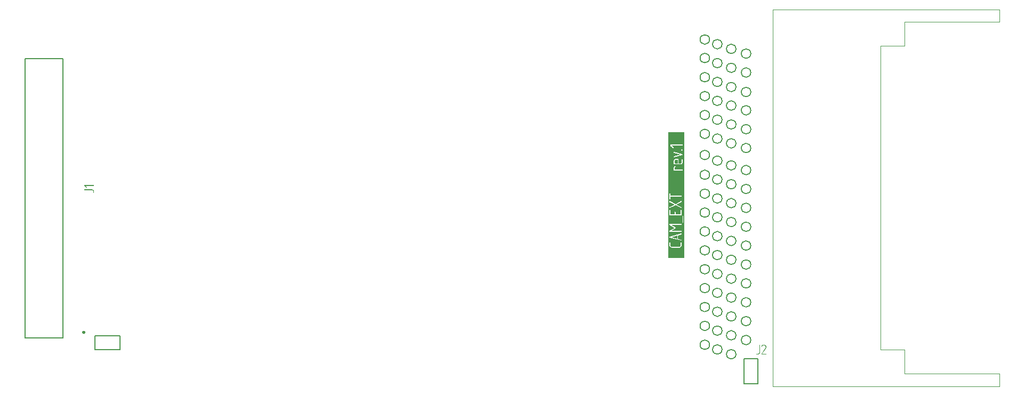
<source format=gto>
G04*
G04 #@! TF.GenerationSoftware,Altium Limited,Altium Designer,24.4.1 (13)*
G04*
G04 Layer_Color=65535*
%FSLAX44Y44*%
%MOMM*%
G71*
G04*
G04 #@! TF.SameCoordinates,25A09F18-5F7A-4D0E-8690-A501E472ACA3*
G04*
G04*
G04 #@! TF.FilePolarity,Positive*
G04*
G01*
G75*
%ADD10C,0.1500*%
%ADD11C,0.3810*%
%ADD12C,0.2000*%
%ADD13C,0.1000*%
G36*
X1182500Y495000D02*
X1182461D01*
Y375075D01*
X1157461D01*
Y495075D01*
X1157500D01*
Y575000D01*
X1182500D01*
Y495000D01*
D02*
G37*
G36*
X244847Y491134D02*
X244907Y491124D01*
X244977Y491104D01*
X245047Y491074D01*
X245116Y491034D01*
X245176Y490984D01*
X245186Y490974D01*
X245196Y490954D01*
X245216Y490924D01*
X245236Y490874D01*
X245266Y490815D01*
X245286Y490745D01*
X245296Y490675D01*
X245306Y490585D01*
Y490565D01*
X245296Y490535D01*
X245286Y490495D01*
X245276Y490435D01*
X245246Y490375D01*
X245216Y490286D01*
X245176Y490186D01*
X245166Y490176D01*
X245146Y490166D01*
X245116Y490136D01*
X245077Y490106D01*
X245017Y490076D01*
X244947Y490056D01*
X244857Y490036D01*
X244757Y490026D01*
X231590D01*
X233996Y487630D01*
X234006Y487620D01*
X234016Y487600D01*
X234046Y487570D01*
X234076Y487520D01*
X234106Y487471D01*
X234126Y487401D01*
X234146Y487331D01*
X234156Y487251D01*
Y487211D01*
X234146Y487171D01*
X234136Y487111D01*
X234116Y487051D01*
X234086Y486982D01*
X234046Y486922D01*
X233996Y486852D01*
X233986Y486842D01*
X233966Y486832D01*
X233926Y486802D01*
X233876Y486772D01*
X233817Y486742D01*
X233747Y486722D01*
X233677Y486702D01*
X233587Y486692D01*
X233567D01*
X233547Y486702D01*
X233507Y486712D01*
X233457Y486732D01*
X233387Y486762D01*
X233307Y486802D01*
X233208Y486852D01*
X229854Y490186D01*
X229844Y490196D01*
X229824Y490216D01*
X229804Y490246D01*
X229774Y490296D01*
X229744Y490355D01*
X229714Y490415D01*
X229704Y490495D01*
X229694Y490575D01*
Y490615D01*
X229704Y490655D01*
X229714Y490705D01*
X229734Y490765D01*
X229754Y490835D01*
X229794Y490895D01*
X229844Y490964D01*
X229854Y490974D01*
X229874Y490994D01*
X229904Y491024D01*
X229953Y491054D01*
X230003Y491084D01*
X230073Y491114D01*
X230153Y491134D01*
X230243Y491144D01*
X244757D01*
X244767D01*
X244797D01*
X244847Y491134D01*
D02*
G37*
G36*
X242102Y484426D02*
X242192D01*
X242311Y484406D01*
X242451Y484386D01*
X242611Y484356D01*
X242781Y484316D01*
X242960Y484266D01*
X243160Y484196D01*
X243350Y484117D01*
X243549Y484027D01*
X243759Y483907D01*
X243958Y483777D01*
X244148Y483628D01*
X244338Y483458D01*
X244348Y483448D01*
X244378Y483418D01*
X244428Y483358D01*
X244487Y483288D01*
X244557Y483188D01*
X244647Y483078D01*
X244727Y482949D01*
X244817Y482799D01*
X244917Y482629D01*
X244997Y482450D01*
X245077Y482260D01*
X245156Y482050D01*
X245216Y481831D01*
X245266Y481591D01*
X245296Y481352D01*
X245306Y481092D01*
Y479375D01*
X245296Y479325D01*
X245286Y479265D01*
X245266Y479205D01*
X245246Y479136D01*
X245206Y479066D01*
X245156Y479006D01*
X245146Y478996D01*
X245126Y478986D01*
X245086Y478956D01*
X245037Y478936D01*
X244977Y478906D01*
X244907Y478876D01*
X244827Y478866D01*
X244747Y478856D01*
X244737D01*
X244727D01*
X244697Y478866D01*
X244657Y478876D01*
X244607Y478886D01*
X244557Y478916D01*
X244487Y478946D01*
X244408Y478996D01*
X244398Y479006D01*
X244378Y479026D01*
X244338Y479056D01*
X244298Y479105D01*
X244258Y479155D01*
X244218Y479235D01*
X244198Y479315D01*
X244188Y479415D01*
Y481172D01*
X244178Y481242D01*
X244168Y481322D01*
X244158Y481411D01*
X244138Y481511D01*
X244108Y481631D01*
X244028Y481871D01*
X243979Y482010D01*
X243919Y482140D01*
X243839Y482270D01*
X243749Y482410D01*
X243649Y482539D01*
X243539Y482659D01*
X243529Y482669D01*
X243509Y482689D01*
X243469Y482719D01*
X243419Y482759D01*
X243360Y482809D01*
X243280Y482869D01*
X243200Y482929D01*
X243100Y482989D01*
X242990Y483049D01*
X242870Y483108D01*
X242601Y483218D01*
X242451Y483258D01*
X242292Y483288D01*
X242132Y483308D01*
X241962Y483318D01*
X230253D01*
X230243D01*
X230223D01*
X230183Y483328D01*
X230143Y483338D01*
X230083Y483358D01*
X230023Y483388D01*
X229953Y483428D01*
X229884Y483478D01*
X229874Y483488D01*
X229854Y483508D01*
X229824Y483548D01*
X229784Y483587D01*
X229754Y483647D01*
X229724Y483717D01*
X229704Y483797D01*
X229694Y483877D01*
Y483907D01*
X229704Y483947D01*
X229714Y483997D01*
X229734Y484057D01*
X229754Y484127D01*
X229794Y484187D01*
X229844Y484256D01*
X229854Y484266D01*
X229874Y484286D01*
X229904Y484316D01*
X229944Y484346D01*
X230003Y484376D01*
X230073Y484406D01*
X230153Y484426D01*
X230253Y484436D01*
X241962D01*
X241982D01*
X242022D01*
X242102Y484426D01*
D02*
G37*
G36*
X1308848Y237801D02*
X1308958Y237791D01*
X1309098Y237781D01*
X1309257Y237751D01*
X1309437Y237721D01*
X1309637Y237671D01*
X1309856Y237611D01*
X1310086Y237542D01*
X1310316Y237452D01*
X1310565Y237352D01*
X1310805Y237222D01*
X1311054Y237072D01*
X1311304Y236903D01*
X1311543Y236713D01*
X1311563Y236703D01*
X1311603Y236663D01*
X1311663Y236593D01*
X1311753Y236513D01*
X1311853Y236394D01*
X1311963Y236264D01*
X1312082Y236114D01*
X1312202Y235944D01*
X1312322Y235745D01*
X1312442Y235535D01*
X1312552Y235315D01*
X1312651Y235076D01*
X1312741Y234816D01*
X1312801Y234547D01*
X1312851Y234257D01*
X1312861Y233968D01*
Y233958D01*
Y233948D01*
Y233918D01*
Y233878D01*
X1312851Y233768D01*
X1312841Y233629D01*
X1312821Y233469D01*
X1312791Y233289D01*
X1312751Y233099D01*
X1312691Y232900D01*
Y232890D01*
X1312681Y232880D01*
X1312671Y232850D01*
X1312661Y232810D01*
X1312641Y232760D01*
X1312611Y232700D01*
X1312552Y232551D01*
X1312472Y232381D01*
X1312372Y232171D01*
X1312252Y231942D01*
X1312112Y231692D01*
X1306562Y223307D01*
X1312212D01*
X1312252Y223297D01*
X1312302Y223287D01*
X1312362Y223267D01*
X1312432Y223227D01*
X1312492Y223187D01*
X1312561Y223127D01*
X1312572Y223117D01*
X1312592Y223097D01*
X1312621Y223057D01*
X1312651Y223018D01*
X1312711Y222888D01*
X1312731Y222818D01*
X1312741Y222748D01*
Y222738D01*
Y222708D01*
X1312731Y222668D01*
X1312721Y222618D01*
X1312701Y222558D01*
X1312681Y222498D01*
X1312641Y222428D01*
X1312592Y222359D01*
X1312581Y222349D01*
X1312561Y222329D01*
X1312532Y222309D01*
X1312492Y222279D01*
X1312432Y222239D01*
X1312362Y222219D01*
X1312282Y222199D01*
X1312182Y222189D01*
X1305484D01*
X1305444Y222199D01*
X1305394Y222209D01*
X1305334Y222229D01*
X1305264Y222259D01*
X1305195Y222299D01*
X1305125Y222359D01*
X1305115Y222369D01*
X1305105Y222389D01*
X1305075Y222428D01*
X1305045Y222488D01*
X1305015Y222548D01*
X1304995Y222618D01*
X1304975Y222698D01*
X1304965Y222788D01*
Y222798D01*
Y222818D01*
X1304975Y222878D01*
X1304995Y222967D01*
X1305045Y223057D01*
X1311174Y232321D01*
X1311404Y232750D01*
X1311573Y233149D01*
X1311583Y233169D01*
X1311593Y233219D01*
X1311613Y233299D01*
X1311643Y233399D01*
X1311673Y233529D01*
X1311693Y233668D01*
X1311703Y233808D01*
X1311713Y233968D01*
Y233978D01*
Y234018D01*
X1311703Y234078D01*
Y234158D01*
X1311683Y234257D01*
X1311663Y234367D01*
X1311633Y234497D01*
X1311603Y234627D01*
X1311553Y234776D01*
X1311493Y234926D01*
X1311414Y235086D01*
X1311324Y235246D01*
X1311224Y235405D01*
X1311094Y235565D01*
X1310954Y235725D01*
X1310795Y235875D01*
X1310775Y235895D01*
X1310725Y235934D01*
X1310635Y236004D01*
X1310525Y236084D01*
X1310385Y236174D01*
X1310226Y236274D01*
X1310046Y236364D01*
X1309846Y236453D01*
X1309836D01*
X1309826Y236464D01*
X1309796Y236474D01*
X1309756Y236483D01*
X1309647Y236523D01*
X1309507Y236563D01*
X1309337Y236603D01*
X1309148Y236643D01*
X1308948Y236663D01*
X1308738Y236673D01*
X1308658D01*
X1308609Y236663D01*
X1308539D01*
X1308459Y236653D01*
X1308369Y236633D01*
X1308269Y236623D01*
X1308050Y236573D01*
X1307810Y236493D01*
X1307551Y236384D01*
X1307431Y236324D01*
X1307301Y236244D01*
X1307291D01*
X1307271Y236224D01*
X1307241Y236194D01*
X1307191Y236164D01*
X1307131Y236114D01*
X1307071Y236054D01*
X1307001Y235984D01*
X1306922Y235905D01*
X1306842Y235805D01*
X1306752Y235695D01*
X1306662Y235575D01*
X1306572Y235445D01*
X1306482Y235296D01*
X1306393Y235136D01*
X1306313Y234966D01*
X1306233Y234776D01*
Y234767D01*
X1306223Y234746D01*
X1306203Y234717D01*
X1306183Y234677D01*
X1306123Y234587D01*
X1306043Y234507D01*
X1306033D01*
X1306023Y234497D01*
X1305993Y234487D01*
X1305953Y234467D01*
X1305853Y234437D01*
X1305724Y234407D01*
X1305684D01*
X1305644Y234417D01*
X1305584Y234427D01*
X1305524Y234447D01*
X1305454Y234467D01*
X1305384Y234507D01*
X1305314Y234557D01*
X1305305Y234567D01*
X1305284Y234587D01*
X1305264Y234617D01*
X1305235Y234667D01*
X1305195Y234717D01*
X1305175Y234786D01*
X1305155Y234866D01*
X1305145Y234956D01*
X1305185Y235156D01*
X1305195Y235176D01*
X1305205Y235216D01*
X1305235Y235286D01*
X1305275Y235375D01*
X1305324Y235495D01*
X1305384Y235625D01*
X1305454Y235765D01*
X1305544Y235924D01*
X1305644Y236084D01*
X1305744Y236254D01*
X1305863Y236424D01*
X1305993Y236583D01*
X1306143Y236753D01*
X1306293Y236913D01*
X1306462Y237062D01*
X1306642Y237192D01*
X1306652Y237202D01*
X1306682Y237222D01*
X1306732Y237252D01*
X1306802Y237292D01*
X1306882Y237332D01*
X1306982Y237392D01*
X1307101Y237442D01*
X1307231Y237502D01*
X1307371Y237561D01*
X1307531Y237611D01*
X1307700Y237671D01*
X1307880Y237711D01*
X1308069Y237751D01*
X1308269Y237781D01*
X1308469Y237801D01*
X1308688Y237811D01*
X1308758D01*
X1308848Y237801D01*
D02*
G37*
G36*
X1302230Y237791D02*
X1302280Y237781D01*
X1302340Y237761D01*
X1302410Y237741D01*
X1302469Y237701D01*
X1302539Y237651D01*
X1302549Y237641D01*
X1302569Y237621D01*
X1302599Y237591D01*
X1302629Y237551D01*
X1302659Y237492D01*
X1302689Y237422D01*
X1302709Y237342D01*
X1302719Y237242D01*
Y225533D01*
Y225513D01*
Y225473D01*
X1302709Y225393D01*
Y225303D01*
X1302689Y225184D01*
X1302669Y225044D01*
X1302639Y224884D01*
X1302599Y224714D01*
X1302549Y224535D01*
X1302480Y224335D01*
X1302400Y224145D01*
X1302310Y223946D01*
X1302190Y223736D01*
X1302060Y223536D01*
X1301911Y223347D01*
X1301741Y223157D01*
X1301731Y223147D01*
X1301701Y223117D01*
X1301641Y223067D01*
X1301571Y223008D01*
X1301471Y222938D01*
X1301362Y222848D01*
X1301232Y222768D01*
X1301082Y222678D01*
X1300912Y222578D01*
X1300733Y222498D01*
X1300543Y222418D01*
X1300333Y222339D01*
X1300114Y222279D01*
X1299874Y222229D01*
X1299635Y222199D01*
X1299375Y222189D01*
X1297658D01*
X1297608Y222199D01*
X1297548Y222209D01*
X1297488Y222229D01*
X1297419Y222249D01*
X1297349Y222289D01*
X1297289Y222339D01*
X1297279Y222349D01*
X1297269Y222369D01*
X1297239Y222409D01*
X1297219Y222458D01*
X1297189Y222518D01*
X1297159Y222588D01*
X1297149Y222668D01*
X1297139Y222748D01*
Y222758D01*
Y222768D01*
X1297149Y222798D01*
X1297159Y222838D01*
X1297169Y222888D01*
X1297199Y222938D01*
X1297229Y223008D01*
X1297279Y223087D01*
X1297289Y223097D01*
X1297309Y223117D01*
X1297339Y223157D01*
X1297389Y223197D01*
X1297439Y223237D01*
X1297518Y223277D01*
X1297598Y223297D01*
X1297698Y223307D01*
X1299455D01*
X1299525Y223317D01*
X1299605Y223327D01*
X1299695Y223337D01*
X1299794Y223357D01*
X1299914Y223387D01*
X1300154Y223467D01*
X1300293Y223517D01*
X1300423Y223577D01*
X1300553Y223656D01*
X1300693Y223746D01*
X1300822Y223846D01*
X1300942Y223956D01*
X1300952Y223966D01*
X1300972Y223986D01*
X1301002Y224026D01*
X1301042Y224076D01*
X1301092Y224135D01*
X1301152Y224215D01*
X1301212Y224295D01*
X1301272Y224395D01*
X1301332Y224505D01*
X1301391Y224625D01*
X1301501Y224894D01*
X1301541Y225044D01*
X1301571Y225204D01*
X1301591Y225363D01*
X1301601Y225533D01*
Y237242D01*
Y237252D01*
Y237272D01*
X1301611Y237312D01*
X1301621Y237352D01*
X1301641Y237412D01*
X1301671Y237472D01*
X1301711Y237542D01*
X1301761Y237611D01*
X1301771Y237621D01*
X1301791Y237641D01*
X1301831Y237671D01*
X1301871Y237711D01*
X1301931Y237741D01*
X1302000Y237771D01*
X1302080Y237791D01*
X1302160Y237801D01*
X1302190D01*
X1302230Y237791D01*
D02*
G37*
%LPC*%
G36*
X1179760Y555601D02*
X1160902D01*
X1160790Y555588D01*
X1160690Y555563D01*
X1160602Y555526D01*
X1160540Y555488D01*
X1160477Y555451D01*
X1160440Y555413D01*
X1160415Y555388D01*
X1160402Y555376D01*
X1160340Y555289D01*
X1160290Y555214D01*
X1160265Y555126D01*
X1160240Y555051D01*
X1160228Y554989D01*
X1160215Y554939D01*
Y550027D01*
Y554889D01*
X1160228Y554789D01*
X1160240Y554689D01*
X1160277Y554614D01*
X1160315Y554539D01*
X1160352Y554476D01*
X1160377Y554439D01*
X1160402Y554414D01*
X1160415Y554401D01*
X1164614Y550227D01*
X1164739Y550165D01*
X1164839Y550115D01*
X1164926Y550077D01*
X1164989Y550052D01*
X1165039Y550040D01*
X1165064Y550027D01*
X1160215D01*
X1179760D01*
Y554401D01*
Y550027D01*
X1165089D01*
X1165201Y550040D01*
X1165289Y550065D01*
X1165376Y550090D01*
X1165451Y550127D01*
X1165514Y550165D01*
X1165564Y550202D01*
X1165589Y550215D01*
X1165601Y550227D01*
X1165664Y550315D01*
X1165714Y550390D01*
X1165751Y550477D01*
X1165776Y550552D01*
X1165788Y550627D01*
X1165801Y550677D01*
Y550727D01*
X1165788Y550827D01*
X1165764Y550915D01*
X1165739Y551002D01*
X1165701Y551065D01*
X1165664Y551127D01*
X1165626Y551165D01*
X1165614Y551189D01*
X1165601Y551202D01*
X1162589Y554201D01*
X1179073D01*
X1179198Y554214D01*
X1179310Y554239D01*
X1179398Y554264D01*
X1179473Y554301D01*
X1179522Y554339D01*
X1179560Y554376D01*
X1179585Y554389D01*
X1179597Y554401D01*
X1179648Y554526D01*
X1179685Y554639D01*
X1179723Y554714D01*
X1179735Y554789D01*
X1179747Y554839D01*
X1179760Y554876D01*
Y554401D01*
Y554876D01*
Y554901D01*
X1179747Y555014D01*
X1179735Y555101D01*
X1179710Y555188D01*
X1179672Y555263D01*
X1179648Y555326D01*
X1179622Y555364D01*
X1179610Y555388D01*
X1179597Y555401D01*
X1179522Y555463D01*
X1179435Y555513D01*
X1179348Y555551D01*
X1179260Y555576D01*
X1179185Y555588D01*
X1179123Y555601D01*
X1179760D01*
D02*
G37*
G36*
Y547915D02*
D01*
Y546866D01*
X1179747Y547041D01*
X1179710Y547203D01*
X1179660Y547328D01*
X1179597Y547440D01*
X1179535Y547528D01*
X1179485Y547590D01*
X1179448Y547628D01*
X1179435Y547640D01*
X1179310Y547728D01*
X1179185Y547803D01*
X1179060Y547853D01*
X1178948Y547878D01*
X1178860Y547903D01*
X1178785Y547915D01*
X1179760D01*
X1177673D01*
D01*
X1178723D01*
X1178585Y547903D01*
X1178448Y547865D01*
X1178335Y547803D01*
X1178223Y547753D01*
X1178135Y547690D01*
X1178073Y547628D01*
X1178023Y547590D01*
X1178010Y547578D01*
X1177898Y547453D01*
X1177811Y547328D01*
X1177760Y547203D01*
X1177710Y547091D01*
X1177685Y547003D01*
X1177673Y546928D01*
Y546866D01*
X1177685Y546691D01*
X1177736Y546528D01*
X1177798Y546391D01*
X1177873Y546278D01*
X1177960Y546191D01*
X1178023Y546128D01*
X1178073Y546091D01*
X1178085Y546078D01*
X1178223Y545991D01*
X1178348Y545928D01*
X1178460Y545878D01*
X1178548Y545853D01*
X1178623Y545828D01*
X1178673Y545816D01*
X1178723D01*
X1178873Y545828D01*
X1179010Y545866D01*
X1179135Y545903D01*
X1179248Y545966D01*
X1179348Y546016D01*
X1179410Y546053D01*
X1179460Y546091D01*
X1179473Y546103D01*
X1179573Y546216D01*
X1179635Y546341D01*
X1179685Y546466D01*
X1179723Y546591D01*
X1179747Y546703D01*
X1179760Y546791D01*
Y546128D01*
Y547915D01*
D02*
G37*
G36*
X1179785Y543716D02*
X1165801D01*
Y535331D01*
Y536043D01*
X1165814Y535943D01*
X1165838Y535844D01*
X1165876Y535756D01*
X1165926Y535681D01*
X1165976Y535631D01*
X1166013Y535581D01*
X1166039Y535556D01*
X1166051Y535544D01*
X1166139Y535469D01*
X1166226Y535419D01*
X1166288Y535381D01*
X1166351Y535356D01*
X1166401Y535344D01*
X1166438Y535331D01*
X1166463D01*
X1166688Y535356D01*
X1179173Y538855D01*
X1179298Y538905D01*
X1179398Y538955D01*
X1179485Y539005D01*
X1179548Y539043D01*
X1179597Y539080D01*
X1179635Y539118D01*
X1179648Y539130D01*
X1179660Y539143D01*
X1179735Y539280D01*
X1179772Y539393D01*
Y539442D01*
X1179785Y539480D01*
Y539518D01*
X1179772Y539605D01*
X1179760Y539692D01*
X1179685Y539842D01*
X1179585Y539955D01*
X1179473Y540042D01*
X1179360Y540117D01*
X1179273Y540155D01*
X1179198Y540180D01*
X1179185Y540192D01*
X1179173D01*
X1166688Y543679D01*
X1166676Y543691D01*
X1166638Y543704D01*
X1166576Y543716D01*
X1179785D01*
D02*
G37*
G36*
X1179760Y532544D02*
X1173546D01*
X1179060D01*
X1178973Y532532D01*
X1178885Y532507D01*
X1178723Y532432D01*
X1178673Y532394D01*
X1178623Y532357D01*
X1178598Y532332D01*
X1178585Y532319D01*
X1178510Y532232D01*
X1178460Y532157D01*
X1178410Y532069D01*
X1178385Y531994D01*
X1178373Y531932D01*
X1178360Y531882D01*
Y526946D01*
X1178348Y526733D01*
X1178298Y526546D01*
X1178235Y526383D01*
X1178160Y526246D01*
X1178085Y526133D01*
X1178023Y526046D01*
X1177973Y525984D01*
X1177960Y525971D01*
X1177798Y525834D01*
X1177635Y525746D01*
X1177473Y525671D01*
X1177311Y525621D01*
X1177186Y525596D01*
X1177073Y525584D01*
X1176998Y525571D01*
X1176986D01*
X1176973D01*
X1173487D01*
Y531832D01*
X1173474Y531957D01*
X1173462Y532069D01*
X1173424Y532157D01*
X1173374Y532244D01*
X1173324Y532319D01*
X1173262Y532369D01*
X1173137Y532457D01*
X1173012Y532507D01*
X1172899Y532532D01*
X1172812Y532544D01*
X1165801D01*
Y524171D01*
Y526946D01*
X1165814Y526733D01*
X1165838Y526521D01*
X1165876Y526321D01*
X1165938Y526133D01*
X1166001Y525959D01*
X1166076Y525796D01*
X1166151Y525646D01*
X1166238Y525509D01*
X1166313Y525384D01*
X1166401Y525271D01*
X1166476Y525184D01*
X1166538Y525109D01*
X1166601Y525046D01*
X1166638Y524996D01*
X1166663Y524971D01*
X1166676Y524959D01*
X1166838Y524821D01*
X1167013Y524696D01*
X1167176Y524596D01*
X1167351Y524509D01*
X1167513Y524434D01*
X1167663Y524359D01*
X1167963Y524271D01*
X1168101Y524234D01*
X1168225Y524209D01*
X1168325Y524196D01*
X1168425Y524184D01*
X1168500Y524171D01*
X1179760D01*
X1176973D01*
X1177186Y524184D01*
X1177398Y524209D01*
X1177598Y524246D01*
X1177773Y524296D01*
X1178123Y524421D01*
X1178273Y524496D01*
X1178410Y524571D01*
X1178535Y524646D01*
X1178635Y524721D01*
X1178735Y524784D01*
X1178810Y524846D01*
X1178873Y524896D01*
X1178923Y524934D01*
X1178948Y524959D01*
X1178960Y524971D01*
X1179098Y525134D01*
X1179223Y525284D01*
X1179335Y525459D01*
X1179423Y525621D01*
X1179498Y525784D01*
X1179560Y525959D01*
X1179660Y526258D01*
X1179697Y526408D01*
X1179723Y526533D01*
X1179735Y526646D01*
X1179747Y526746D01*
X1179760Y526833D01*
Y531844D01*
X1179747Y531957D01*
X1179723Y532057D01*
X1179697Y532144D01*
X1179648Y532219D01*
X1179610Y532282D01*
X1179585Y532319D01*
X1179560Y532344D01*
X1179548Y532357D01*
X1179460Y532419D01*
X1179373Y532469D01*
X1179298Y532494D01*
X1179223Y532519D01*
X1179160Y532532D01*
X1179110Y532544D01*
X1179760D01*
D02*
G37*
G36*
Y521347D02*
X1165801D01*
Y514399D01*
D01*
Y515086D01*
X1165814Y514961D01*
X1165826Y514861D01*
X1165863Y514774D01*
X1165913Y514686D01*
X1166026Y514561D01*
X1166151Y514486D01*
X1166276Y514436D01*
X1166388Y514411D01*
X1166476Y514399D01*
X1179073D01*
X1179198Y514411D01*
X1179310Y514436D01*
X1179398Y514461D01*
X1179473Y514499D01*
X1179522Y514536D01*
X1179560Y514574D01*
X1179585Y514586D01*
X1179597Y514599D01*
X1179648Y514724D01*
X1179685Y514836D01*
X1179723Y514911D01*
X1179735Y514986D01*
X1179747Y515036D01*
X1179760Y515074D01*
Y515099D01*
X1179747Y515211D01*
X1179735Y515299D01*
X1179710Y515386D01*
X1179672Y515461D01*
X1179648Y515524D01*
X1179622Y515561D01*
X1179610Y515586D01*
X1179597Y515599D01*
X1179522Y515661D01*
X1179435Y515711D01*
X1179348Y515749D01*
X1179260Y515774D01*
X1179185Y515786D01*
X1179123Y515799D01*
X1179085D01*
X1179073D01*
X1167201D01*
Y518585D01*
X1167213Y518748D01*
X1167238Y518898D01*
X1167288Y519048D01*
X1167338Y519173D01*
X1167388Y519285D01*
X1167438Y519360D01*
X1167463Y519423D01*
X1167476Y519435D01*
X1167588Y519573D01*
X1167701Y519698D01*
X1167825Y519785D01*
X1167938Y519860D01*
X1168038Y519910D01*
X1168113Y519948D01*
X1168163Y519972D01*
X1168188D01*
X1168338Y520085D01*
X1168450Y520197D01*
X1168538Y520310D01*
X1168588Y520410D01*
X1168625Y520497D01*
X1168638Y520560D01*
X1168650Y520610D01*
Y520622D01*
X1168638Y520722D01*
X1168625Y520822D01*
X1168600Y520897D01*
X1168563Y520972D01*
X1168525Y521035D01*
X1168500Y521085D01*
X1168488Y521110D01*
X1168475Y521122D01*
X1168388Y521197D01*
X1168300Y521247D01*
X1168213Y521297D01*
X1168138Y521322D01*
X1168075Y521335D01*
X1168026Y521347D01*
X1179760D01*
D02*
G37*
G36*
X1159595Y478364D02*
X1159545D01*
X1159457Y478352D01*
X1159370Y478326D01*
X1159208Y478251D01*
X1159158Y478214D01*
X1159108Y478176D01*
X1159083Y478152D01*
X1159070Y478139D01*
X1158995Y478051D01*
X1158945Y477977D01*
X1158895Y477889D01*
X1158870Y477814D01*
X1158858Y477752D01*
X1158845Y477702D01*
Y469266D01*
X1158858Y469141D01*
X1158883Y469041D01*
X1158933Y468941D01*
X1158983Y468879D01*
X1159033Y468816D01*
X1159083Y468779D01*
X1159108Y468754D01*
X1159120Y468741D01*
X1159220Y468691D01*
X1159307Y468654D01*
X1159370Y468616D01*
X1159433Y468604D01*
X1159482Y468591D01*
X1159520Y468579D01*
X1158845D01*
X1178390D01*
X1159545D01*
X1159645Y468591D01*
X1159745Y468604D01*
X1159832Y468629D01*
X1159907Y468666D01*
X1159970Y468704D01*
X1160020Y468729D01*
X1160045Y468741D01*
X1160057Y468754D01*
X1160120Y468829D01*
X1160170Y468916D01*
X1160195Y469004D01*
X1160220Y469091D01*
X1160232Y469154D01*
X1160245Y469216D01*
Y472765D01*
X1177703D01*
X1177828Y472778D01*
X1177940Y472803D01*
X1178028Y472828D01*
X1178103Y472865D01*
X1178153Y472903D01*
X1178190Y472940D01*
X1178215Y472953D01*
X1178228Y472965D01*
X1178278Y473090D01*
X1178315Y473203D01*
X1178353Y473278D01*
X1178365Y473353D01*
X1178378Y473403D01*
X1178390Y473440D01*
Y473465D01*
X1178378Y473578D01*
X1178365Y473665D01*
X1178340Y473753D01*
X1178303Y473828D01*
X1178278Y473890D01*
X1178253Y473928D01*
X1178240Y473953D01*
X1178228Y473965D01*
X1178153Y474028D01*
X1178065Y474078D01*
X1177978Y474115D01*
X1177890Y474140D01*
X1177815Y474152D01*
X1177753Y474165D01*
X1177715D01*
X1177703D01*
X1160245D01*
Y477664D01*
X1160232Y477777D01*
X1160207Y477877D01*
X1160182Y477964D01*
X1160132Y478039D01*
X1160095Y478102D01*
X1160070Y478139D01*
X1160045Y478164D01*
X1160032Y478176D01*
X1159945Y478239D01*
X1159857Y478289D01*
X1159782Y478314D01*
X1159707Y478339D01*
X1159645Y478352D01*
X1159595Y478364D01*
D02*
G37*
G36*
X1178390Y465805D02*
X1170090D01*
X1177715D01*
X1177565Y465792D01*
X1177453Y465755D01*
X1177378Y465717D01*
X1177365Y465705D01*
X1177353D01*
X1168605Y461006D01*
X1159870Y465705D01*
X1159732Y465767D01*
X1159620Y465792D01*
X1159570Y465805D01*
X1159508D01*
X1159408Y465792D01*
X1159307Y465767D01*
X1159233Y465742D01*
X1159158Y465705D01*
X1159095Y465655D01*
X1159058Y465630D01*
X1159033Y465605D01*
X1159020Y465592D01*
X1158958Y465505D01*
X1158908Y465417D01*
X1158870Y465330D01*
X1158845Y465255D01*
X1158833Y465180D01*
X1158820Y465117D01*
Y455420D01*
Y465067D01*
X1158833Y464930D01*
X1158883Y464805D01*
X1158945Y464705D01*
X1159008Y464618D01*
X1159083Y464555D01*
X1159145Y464505D01*
X1159195Y464480D01*
X1159208Y464468D01*
X1167118Y460206D01*
X1159208Y455945D01*
X1159083Y455857D01*
X1158983Y455770D01*
X1158920Y455670D01*
X1158870Y455570D01*
X1158845Y455482D01*
X1158820Y455420D01*
Y455357D01*
X1158833Y455245D01*
X1158858Y455132D01*
X1158908Y455045D01*
X1158958Y454970D01*
X1159008Y454907D01*
X1159058Y454857D01*
X1159083Y454832D01*
X1159095Y454820D01*
X1159183Y454757D01*
X1159270Y454707D01*
X1159345Y454670D01*
X1159395Y454645D01*
X1159445Y454632D01*
X1159482Y454620D01*
X1158820D01*
X1177715D01*
X1177815Y454632D01*
X1177915Y454658D01*
X1177990Y454683D01*
X1178065Y454720D01*
X1178128Y454757D01*
X1178165Y454795D01*
X1178190Y454808D01*
X1178203Y454820D01*
X1178265Y454907D01*
X1178315Y454995D01*
X1178340Y455082D01*
X1178365Y455157D01*
X1178378Y455232D01*
X1178390Y455295D01*
Y455345D01*
X1178378Y455482D01*
X1178328Y455607D01*
X1178265Y455707D01*
X1178203Y455795D01*
X1178128Y455857D01*
X1178078Y455907D01*
X1178028Y455932D01*
X1178015Y455945D01*
X1170080Y460206D01*
X1178015Y464468D01*
X1178140Y464555D01*
X1178228Y464655D01*
X1178303Y464743D01*
X1178340Y464842D01*
X1178365Y464930D01*
X1178378Y464992D01*
X1178390Y465042D01*
Y465055D01*
X1178378Y465167D01*
X1178365Y465267D01*
X1178328Y465355D01*
X1178290Y465430D01*
X1178265Y465492D01*
X1178228Y465542D01*
X1178215Y465567D01*
X1178203Y465580D01*
X1178115Y465655D01*
X1178028Y465705D01*
X1177940Y465755D01*
X1177865Y465780D01*
X1177803Y465792D01*
X1177753Y465805D01*
X1178390D01*
D02*
G37*
G36*
Y451846D02*
X1169554D01*
X1177690D01*
X1177603Y451833D01*
X1177515Y451808D01*
X1177353Y451733D01*
X1177303Y451696D01*
X1177253Y451658D01*
X1177228Y451633D01*
X1177215Y451621D01*
X1177141Y451533D01*
X1177091Y451458D01*
X1177040Y451371D01*
X1177016Y451296D01*
X1177003Y451233D01*
X1176991Y451183D01*
Y444873D01*
X1168630D01*
Y448359D01*
X1168618Y448472D01*
X1168593Y448572D01*
X1168568Y448659D01*
X1168518Y448734D01*
X1168480Y448797D01*
X1168455Y448834D01*
X1168430Y448859D01*
X1168418Y448871D01*
X1168330Y448934D01*
X1168243Y448984D01*
X1168168Y449009D01*
X1168093Y449034D01*
X1168030Y449047D01*
X1167980Y449059D01*
X1167943D01*
X1167930D01*
X1167843Y449047D01*
X1167755Y449021D01*
X1167593Y448946D01*
X1167543Y448909D01*
X1167493Y448871D01*
X1167468Y448847D01*
X1167456Y448834D01*
X1167381Y448746D01*
X1167330Y448672D01*
X1167281Y448584D01*
X1167255Y448509D01*
X1167243Y448447D01*
X1167231Y448397D01*
Y444873D01*
X1160245D01*
Y451146D01*
X1160232Y451271D01*
X1160207Y451371D01*
X1160182Y451458D01*
X1160132Y451533D01*
X1160095Y451583D01*
X1160070Y451621D01*
X1160045Y451646D01*
X1160032Y451658D01*
X1159945Y451721D01*
X1159857Y451771D01*
X1159782Y451796D01*
X1159707Y451821D01*
X1159645Y451833D01*
X1159595Y451846D01*
X1159545D01*
X1159457Y451833D01*
X1159370Y451808D01*
X1159208Y451733D01*
X1159158Y451696D01*
X1159108Y451658D01*
X1159083Y451633D01*
X1159070Y451621D01*
X1158995Y451533D01*
X1158945Y451458D01*
X1158895Y451371D01*
X1158870Y451296D01*
X1158858Y451233D01*
X1158845Y451183D01*
Y444160D01*
X1158858Y444035D01*
X1158870Y443935D01*
X1158908Y443848D01*
X1158958Y443760D01*
X1159070Y443635D01*
X1159195Y443560D01*
X1159320Y443510D01*
X1159433Y443485D01*
X1159520Y443473D01*
X1158845D01*
X1177703D01*
X1177828Y443485D01*
X1177928Y443498D01*
X1178015Y443535D01*
X1178103Y443585D01*
X1178228Y443685D01*
X1178303Y443823D01*
X1178353Y443948D01*
X1178378Y444048D01*
X1178390Y444135D01*
Y451146D01*
X1178378Y451271D01*
X1178353Y451371D01*
X1178328Y451458D01*
X1178278Y451533D01*
X1178240Y451583D01*
X1178215Y451621D01*
X1178190Y451646D01*
X1178178Y451658D01*
X1178090Y451721D01*
X1178003Y451771D01*
X1177928Y451796D01*
X1177853Y451821D01*
X1177790Y451833D01*
X1177740Y451846D01*
X1178390D01*
D02*
G37*
G36*
X1181177Y442048D02*
X1179777D01*
Y430889D01*
X1181177D01*
Y442048D01*
D02*
G37*
G36*
X1178390Y429464D02*
X1159557D01*
X1159433Y429451D01*
X1159307Y429439D01*
X1159208Y429402D01*
X1159133Y429364D01*
X1159058Y429327D01*
X1159008Y429301D01*
X1158983Y429277D01*
X1158970Y429264D01*
X1158895Y429189D01*
X1158845Y429114D01*
X1158795Y429039D01*
X1158770Y428977D01*
X1158758Y428914D01*
X1158745Y428864D01*
Y428827D01*
X1158770Y428689D01*
X1158820Y428564D01*
X1158883Y428452D01*
X1158970Y428352D01*
X1159058Y428277D01*
X1159120Y428214D01*
X1159170Y428177D01*
X1159195Y428164D01*
X1167281Y423178D01*
X1159195Y418204D01*
X1159083Y418117D01*
X1158995Y418042D01*
X1158933Y417992D01*
X1158895Y417954D01*
X1158870Y417917D01*
X1158858Y417904D01*
X1158845Y417892D01*
X1158783Y417767D01*
X1158758Y417654D01*
X1158745Y417604D01*
Y416917D01*
X1178390D01*
Y417617D01*
X1178378Y417729D01*
X1178365Y417817D01*
X1178340Y417904D01*
X1178303Y417979D01*
X1178265Y418042D01*
X1178240Y418079D01*
X1178228Y418104D01*
X1178215Y418117D01*
X1178140Y418179D01*
X1178053Y418229D01*
X1177965Y418267D01*
X1177878Y418292D01*
X1177803Y418304D01*
X1177740Y418317D01*
X1177703D01*
X1177690D01*
X1162044D01*
X1168980Y422578D01*
X1169118Y422678D01*
X1169230Y422778D01*
X1169305Y422878D01*
X1169355Y422966D01*
X1169380Y423041D01*
X1169392Y423116D01*
X1169405Y423153D01*
Y423166D01*
X1169392Y423291D01*
X1169342Y423415D01*
X1169268Y423516D01*
X1169193Y423603D01*
X1169118Y423678D01*
X1169043Y423728D01*
X1168993Y423765D01*
X1168980Y423778D01*
X1162032Y428064D01*
X1177690D01*
X1177815Y428077D01*
X1177928Y428102D01*
X1178015Y428127D01*
X1178090Y428164D01*
X1178140Y428202D01*
X1178178Y428239D01*
X1178203Y428252D01*
X1178215Y428264D01*
X1178278Y428389D01*
X1178315Y428502D01*
X1178353Y428577D01*
X1178365Y428652D01*
X1178378Y428702D01*
X1178390Y428739D01*
Y428764D01*
X1178378Y428877D01*
X1178365Y428964D01*
X1178340Y429052D01*
X1178303Y429127D01*
X1178265Y429189D01*
X1178240Y429226D01*
X1178228Y429252D01*
X1178215Y429264D01*
X1178140Y429327D01*
X1178053Y429376D01*
X1177965Y429414D01*
X1177878Y429439D01*
X1177803Y429451D01*
X1177740Y429464D01*
X1178390D01*
D02*
G37*
G36*
X1177753Y414105D02*
X1177715D01*
X1177503Y414080D01*
X1159495Y409182D01*
X1159382Y409144D01*
X1159283Y409107D01*
X1159208Y409057D01*
X1159133Y409007D01*
X1159020Y408907D01*
X1158945Y408794D01*
X1158908Y408682D01*
X1158883Y408594D01*
X1158870Y408544D01*
Y414105D01*
X1158870D01*
X1158870D01*
Y408519D01*
X1158883Y408432D01*
X1158895Y408344D01*
X1158970Y408207D01*
X1159070Y408082D01*
X1159183Y407994D01*
X1159295Y407932D01*
X1159395Y407882D01*
X1159470Y407857D01*
X1159482Y407845D01*
X1159495D01*
X1177503Y402958D01*
X1177703Y402933D01*
X1177815Y402946D01*
X1177903Y402971D01*
X1177990Y402996D01*
X1178053Y403046D01*
X1178115Y403083D01*
X1178153Y403108D01*
X1178178Y403133D01*
X1178190Y403146D01*
X1178253Y403233D01*
X1178303Y403321D01*
X1178328Y403408D01*
X1178353Y403483D01*
X1178365Y403546D01*
X1178378Y403596D01*
Y403646D01*
X1178365Y403733D01*
X1178353Y403808D01*
X1178303Y403946D01*
X1178278Y403996D01*
X1178265Y404033D01*
X1178240Y404058D01*
Y404071D01*
X1178190Y404133D01*
X1178128Y404183D01*
X1178003Y404258D01*
X1177953Y404270D01*
X1177903Y404283D01*
X1177878Y404295D01*
X1177865D01*
X1172792Y405670D01*
Y411369D01*
X1177865Y412731D01*
X1177965Y412768D01*
X1178040Y412806D01*
X1178115Y412856D01*
X1178165Y412893D01*
X1178215Y412931D01*
X1178240Y412968D01*
X1178253Y412981D01*
X1178265Y412993D01*
X1178328Y413131D01*
X1178365Y413256D01*
Y413318D01*
X1178378Y413356D01*
Y413393D01*
X1178365Y413493D01*
X1178353Y413581D01*
X1178290Y413731D01*
X1178253Y413793D01*
X1178228Y413843D01*
X1178215Y413868D01*
X1178203Y413881D01*
X1178115Y413955D01*
X1178028Y414005D01*
X1177940Y414055D01*
X1177865Y414080D01*
X1177803Y414093D01*
X1177753Y414105D01*
D02*
G37*
G36*
X1177740Y400159D02*
X1177690D01*
X1177603Y400146D01*
X1177515Y400121D01*
X1177353Y400047D01*
X1177303Y400009D01*
X1177253Y399972D01*
X1177228Y399947D01*
X1177215Y399934D01*
X1177141Y399847D01*
X1177091Y399772D01*
X1177040Y399684D01*
X1177016Y399609D01*
X1177003Y399547D01*
X1176991Y399497D01*
Y395985D01*
X1176978Y395773D01*
X1176953Y395560D01*
X1176916Y395373D01*
X1176865Y395185D01*
X1176728Y394848D01*
X1176666Y394698D01*
X1176578Y394560D01*
X1176503Y394436D01*
X1176441Y394323D01*
X1176366Y394223D01*
X1176303Y394148D01*
X1176253Y394086D01*
X1176216Y394036D01*
X1176191Y394011D01*
X1176178Y393998D01*
X1176016Y393861D01*
X1175853Y393736D01*
X1175691Y393623D01*
X1175516Y393523D01*
X1175353Y393448D01*
X1175191Y393386D01*
X1174878Y393286D01*
X1174741Y393248D01*
X1174616Y393223D01*
X1174491Y393211D01*
X1174391Y393198D01*
X1174316Y393186D01*
X1174254D01*
X1174216D01*
X1174204D01*
X1163044D01*
X1162832Y393198D01*
X1162619Y393223D01*
X1162419Y393261D01*
X1162232Y393311D01*
X1162057Y393373D01*
X1161894Y393448D01*
X1161744Y393511D01*
X1161607Y393598D01*
X1161482Y393673D01*
X1161369Y393736D01*
X1161282Y393811D01*
X1161195Y393873D01*
X1161145Y393923D01*
X1161095Y393961D01*
X1161070Y393986D01*
X1161057Y393998D01*
X1160920Y394160D01*
X1160795Y394323D01*
X1160682Y394485D01*
X1160582Y394660D01*
X1160507Y394823D01*
X1160445Y394985D01*
X1160345Y395298D01*
X1160307Y395448D01*
X1160282Y395573D01*
X1160270Y395685D01*
X1160257Y395785D01*
X1160245Y395873D01*
Y399459D01*
X1160232Y399584D01*
X1160207Y399684D01*
X1160182Y399772D01*
X1160132Y399847D01*
X1160095Y399897D01*
X1160070Y399934D01*
X1160045Y399959D01*
X1160032Y399972D01*
X1159945Y400034D01*
X1159857Y400084D01*
X1159782Y400109D01*
X1159707Y400134D01*
X1159645Y400146D01*
X1159595Y400159D01*
X1158845D01*
X1159545D01*
X1159457Y400146D01*
X1159370Y400121D01*
X1159208Y400047D01*
X1159158Y400009D01*
X1159108Y399972D01*
X1159083Y399947D01*
X1159070Y399934D01*
X1158995Y399847D01*
X1158945Y399772D01*
X1158895Y399684D01*
X1158870Y399609D01*
X1158858Y399547D01*
X1158845Y399497D01*
Y395985D01*
X1158858Y395660D01*
X1158895Y395348D01*
X1158958Y395048D01*
X1159045Y394773D01*
X1159133Y394510D01*
X1159245Y394260D01*
X1159358Y394036D01*
X1159470Y393823D01*
X1159595Y393636D01*
X1159707Y393473D01*
X1159820Y393336D01*
X1159907Y393211D01*
X1159995Y393123D01*
X1160057Y393048D01*
X1160095Y393011D01*
X1160107Y392998D01*
X1160345Y392786D01*
X1160595Y392598D01*
X1160845Y392436D01*
X1161095Y392299D01*
X1161345Y392186D01*
X1161594Y392086D01*
X1161819Y391999D01*
X1162044Y391936D01*
X1162257Y391886D01*
X1162444Y391849D01*
X1162619Y391824D01*
X1162757Y391811D01*
X1162882Y391799D01*
X1162969Y391786D01*
X1158845D01*
X1178390D01*
Y399459D01*
X1178378Y399584D01*
X1178353Y399684D01*
X1178328Y399772D01*
X1178278Y399847D01*
X1178240Y399897D01*
X1178215Y399934D01*
X1178190Y399959D01*
X1178178Y399972D01*
X1178090Y400034D01*
X1178003Y400084D01*
X1177928Y400109D01*
X1177853Y400134D01*
X1177790Y400146D01*
X1177740Y400159D01*
D02*
G37*
%LPD*%
G36*
X1166363Y543704D02*
X1166263Y543679D01*
X1166176Y543654D01*
X1166101Y543616D01*
X1166051Y543567D01*
X1166013Y543541D01*
X1165988Y543517D01*
X1165976Y543504D01*
X1165913Y543429D01*
X1165876Y543341D01*
X1165826Y543179D01*
X1165814Y543104D01*
X1165801Y543054D01*
Y543716D01*
X1166476D01*
X1166363Y543704D01*
D02*
G37*
G36*
X1165826Y542904D02*
X1165851Y542817D01*
X1165876Y542742D01*
X1165901Y542667D01*
X1165938Y542617D01*
X1165951Y542579D01*
X1165976Y542567D01*
Y542554D01*
X1166039Y542492D01*
X1166101Y542442D01*
X1166213Y542379D01*
X1166263Y542367D01*
X1166288Y542354D01*
X1166313Y542342D01*
X1166326D01*
X1176398Y539518D01*
X1166326Y536706D01*
X1166213Y536643D01*
X1166126Y536581D01*
X1166051Y536531D01*
X1166001Y536481D01*
X1165964Y536431D01*
X1165926Y536393D01*
X1165913Y536381D01*
Y536368D01*
X1165851Y536256D01*
X1165814Y536156D01*
X1165801Y536068D01*
Y543004D01*
X1165826Y542904D01*
D02*
G37*
G36*
X1168400Y532532D02*
X1168188Y532507D01*
X1167988Y532469D01*
X1167801Y532419D01*
X1167626Y532357D01*
X1167463Y532282D01*
X1167301Y532219D01*
X1167163Y532144D01*
X1167038Y532057D01*
X1166938Y531994D01*
X1166838Y531920D01*
X1166763Y531857D01*
X1166701Y531807D01*
X1166651Y531769D01*
X1166626Y531744D01*
X1166613Y531732D01*
X1166476Y531582D01*
X1166351Y531420D01*
X1166238Y531245D01*
X1166139Y531082D01*
X1166064Y530907D01*
X1166001Y530745D01*
X1165901Y530432D01*
X1165863Y530295D01*
X1165838Y530157D01*
X1165826Y530045D01*
X1165814Y529945D01*
X1165801Y529857D01*
Y532544D01*
X1168613D01*
X1168400Y532532D01*
D02*
G37*
G36*
X1172099Y525571D02*
X1168600D01*
X1168388Y525584D01*
X1168200Y525634D01*
X1168026Y525696D01*
X1167888Y525771D01*
X1167775Y525846D01*
X1167688Y525909D01*
X1167626Y525959D01*
X1167613Y525971D01*
X1167476Y526133D01*
X1167376Y526296D01*
X1167301Y526458D01*
X1167251Y526608D01*
X1167226Y526746D01*
X1167201Y526846D01*
Y529745D01*
X1167213Y529958D01*
X1167263Y530145D01*
X1167326Y530320D01*
X1167401Y530457D01*
X1167488Y530570D01*
X1167551Y530657D01*
X1167601Y530720D01*
X1167613Y530732D01*
X1167775Y530870D01*
X1167938Y530970D01*
X1168101Y531045D01*
X1168250Y531095D01*
X1168388Y531120D01*
X1168500Y531145D01*
X1168575D01*
X1168588D01*
X1168600D01*
X1172099D01*
Y525571D01*
D02*
G37*
G36*
X1167738Y521297D02*
X1167426Y521172D01*
X1167151Y521010D01*
X1166913Y520847D01*
X1166713Y520672D01*
X1166551Y520510D01*
X1166438Y520385D01*
X1166388Y520335D01*
X1166363Y520297D01*
X1166338Y520272D01*
Y520260D01*
X1166238Y520122D01*
X1166163Y519972D01*
X1166026Y519685D01*
X1165926Y519398D01*
X1165863Y519135D01*
X1165826Y518910D01*
X1165814Y518810D01*
Y518735D01*
X1165801Y518660D01*
Y521347D01*
X1167988D01*
X1167738Y521297D01*
D02*
G37*
G36*
X1177353Y454707D02*
X1177490Y454658D01*
X1177603Y454632D01*
X1177653Y454620D01*
X1159508D01*
X1159870Y454707D01*
X1168605Y459419D01*
X1177353Y454707D01*
D02*
G37*
G36*
X1178390Y416917D02*
X1177690D01*
X1177815Y416930D01*
X1177928Y416955D01*
X1178015Y416980D01*
X1178090Y417017D01*
X1178140Y417055D01*
X1178178Y417092D01*
X1178203Y417105D01*
X1178215Y417117D01*
X1178278Y417242D01*
X1178315Y417355D01*
X1178353Y417430D01*
X1178365Y417505D01*
X1178378Y417555D01*
X1178390Y417592D01*
Y416917D01*
D02*
G37*
G36*
X1158758Y417442D02*
X1158783Y417355D01*
X1158820Y417267D01*
X1158858Y417205D01*
X1158895Y417155D01*
X1158933Y417117D01*
X1158958Y417092D01*
X1158970Y417080D01*
X1159058Y417030D01*
X1159145Y416992D01*
X1159345Y416942D01*
X1159433Y416930D01*
X1159495Y416917D01*
X1158745D01*
Y417542D01*
X1158758Y417442D01*
D02*
G37*
G36*
X1171404Y406045D02*
X1162207Y408519D01*
X1171404Y410994D01*
Y406045D01*
D02*
G37*
G36*
X1178390Y391786D02*
X1174204D01*
X1174529Y391799D01*
X1174829Y391836D01*
X1175128Y391899D01*
X1175403Y391986D01*
X1175666Y392086D01*
X1175916Y392186D01*
X1176141Y392311D01*
X1176341Y392424D01*
X1176528Y392548D01*
X1176703Y392661D01*
X1176841Y392761D01*
X1176953Y392861D01*
X1177053Y392948D01*
X1177115Y393011D01*
X1177166Y393048D01*
X1177178Y393061D01*
X1177390Y393311D01*
X1177578Y393561D01*
X1177740Y393811D01*
X1177878Y394061D01*
X1177990Y394310D01*
X1178090Y394548D01*
X1178178Y394785D01*
X1178240Y395010D01*
X1178290Y395210D01*
X1178328Y395398D01*
X1178353Y395573D01*
X1178365Y395710D01*
X1178378Y395823D01*
X1178390Y395910D01*
Y391786D01*
D02*
G37*
D10*
X1264596Y222500D02*
G03*
X1264596Y222500I-7500J0D01*
G01*
X1242500Y230000D02*
G03*
X1242500Y230000I-7500J0D01*
G01*
X1222647Y237500D02*
G03*
X1222647Y237500I-7500J0D01*
G01*
X1288172Y245000D02*
G03*
X1288172Y245000I-7500J0D01*
G01*
X1264596Y252500D02*
G03*
X1264596Y252500I-7500J0D01*
G01*
X1242500Y260000D02*
G03*
X1242500Y260000I-7500J0D01*
G01*
X1222647Y267500D02*
G03*
X1222647Y267500I-7500J0D01*
G01*
Y297500D02*
G03*
X1222647Y297500I-7500J0D01*
G01*
Y327500D02*
G03*
X1222647Y327500I-7500J0D01*
G01*
Y447500D02*
G03*
X1222647Y447500I-7500J0D01*
G01*
Y417500D02*
G03*
X1222647Y417500I-7500J0D01*
G01*
Y357500D02*
G03*
X1222647Y357500I-7500J0D01*
G01*
Y387500D02*
G03*
X1222647Y387500I-7500J0D01*
G01*
X1242500Y290000D02*
G03*
X1242500Y290000I-7500J0D01*
G01*
Y440000D02*
G03*
X1242500Y440000I-7500J0D01*
G01*
Y350000D02*
G03*
X1242500Y350000I-7500J0D01*
G01*
Y380000D02*
G03*
X1242500Y380000I-7500J0D01*
G01*
Y410000D02*
G03*
X1242500Y410000I-7500J0D01*
G01*
X1242500Y320000D02*
G03*
X1242500Y320000I-7500J0D01*
G01*
X1264596Y282500D02*
G03*
X1264596Y282500I-7500J0D01*
G01*
Y312500D02*
G03*
X1264596Y312500I-7500J0D01*
G01*
Y342500D02*
G03*
X1264596Y342500I-7500J0D01*
G01*
Y432500D02*
G03*
X1264596Y432500I-7500J0D01*
G01*
Y402500D02*
G03*
X1264596Y402500I-7500J0D01*
G01*
Y462500D02*
G03*
X1264596Y462500I-7500J0D01*
G01*
Y372500D02*
G03*
X1264596Y372500I-7500J0D01*
G01*
X1288172Y275000D02*
G03*
X1288172Y275000I-7500J0D01*
G01*
X1288172Y305000D02*
G03*
X1288172Y305000I-7500J0D01*
G01*
X1288172Y335000D02*
G03*
X1288172Y335000I-7500J0D01*
G01*
Y395000D02*
G03*
X1288172Y395000I-7500J0D01*
G01*
Y455000D02*
G03*
X1288172Y455000I-7500J0D01*
G01*
Y425000D02*
G03*
X1288172Y425000I-7500J0D01*
G01*
X1288172Y365000D02*
G03*
X1288172Y365000I-7500J0D01*
G01*
X1264596Y587500D02*
G03*
X1264596Y587500I-7500J0D01*
G01*
X1222647Y477500D02*
G03*
X1222647Y477500I-7500J0D01*
G01*
Y507500D02*
G03*
X1222647Y507500I-7500J0D01*
G01*
Y539000D02*
G03*
X1222647Y539000I-7500J0D01*
G01*
Y572500D02*
G03*
X1222647Y572500I-7500J0D01*
G01*
X1264596Y557500D02*
G03*
X1264596Y557500I-7500J0D01*
G01*
Y522500D02*
G03*
X1264596Y522500I-7500J0D01*
G01*
Y492500D02*
G03*
X1264596Y492500I-7500J0D01*
G01*
X1242500Y470000D02*
G03*
X1242500Y470000I-7500J0D01*
G01*
Y500000D02*
G03*
X1242500Y500000I-7500J0D01*
G01*
Y530000D02*
G03*
X1242500Y530000I-7500J0D01*
G01*
Y565000D02*
G03*
X1242500Y565000I-7500J0D01*
G01*
X1288172Y580000D02*
G03*
X1288172Y580000I-7500J0D01*
G01*
Y550000D02*
G03*
X1288172Y550000I-7500J0D01*
G01*
Y515000D02*
G03*
X1288172Y515000I-7500J0D01*
G01*
Y485000D02*
G03*
X1288172Y485000I-7500J0D01*
G01*
X1222647Y602500D02*
G03*
X1222647Y602500I-7500J0D01*
G01*
Y662500D02*
G03*
X1222647Y662500I-7500J0D01*
G01*
Y632500D02*
G03*
X1222647Y632500I-7500J0D01*
G01*
Y693000D02*
G03*
X1222647Y693000I-7500J0D01*
G01*
Y722500D02*
G03*
X1222647Y722500I-7500J0D01*
G01*
X1264596Y617500D02*
G03*
X1264596Y617500I-7500J0D01*
G01*
X1264597Y647000D02*
G03*
X1264597Y647000I-7500J0D01*
G01*
X1242500Y595000D02*
G03*
X1242500Y595000I-7500J0D01*
G01*
Y625000D02*
G03*
X1242500Y625000I-7500J0D01*
G01*
Y655000D02*
G03*
X1242500Y655000I-7500J0D01*
G01*
Y685000D02*
G03*
X1242500Y685000I-7500J0D01*
G01*
Y715000D02*
G03*
X1242500Y715000I-7500J0D01*
G01*
X1264596Y677500D02*
G03*
X1264596Y677500I-7500J0D01*
G01*
Y707500D02*
G03*
X1264596Y707500I-7500J0D01*
G01*
X1288172Y610000D02*
G03*
X1288172Y610000I-7500J0D01*
G01*
X1288172Y639000D02*
G03*
X1288172Y639000I-7500J0D01*
G01*
X1288172Y670000D02*
G03*
X1288172Y670000I-7500J0D01*
G01*
X1288172Y700000D02*
G03*
X1288172Y700000I-7500J0D01*
G01*
D11*
X230010Y257275D02*
G03*
X228740Y257275I-635J0D01*
G01*
D02*
G03*
X230010Y257275I635J0D01*
G01*
D02*
G03*
X228740Y257275I-635J0D01*
G01*
D12*
X286500Y230000D02*
Y252000D01*
X247000Y230000D02*
X286500D01*
X247000Y252000D02*
X286500D01*
X247000Y230000D02*
Y252000D01*
X1277000Y215000D02*
X1299000D01*
Y175500D02*
Y215000D01*
X1277000Y175500D02*
Y215000D01*
Y175500D02*
X1299000D01*
X136000Y691800D02*
X196000D01*
X136000Y248200D02*
Y691800D01*
Y248200D02*
X196000D01*
Y691800D01*
D13*
X1532550Y191450D02*
X1683000D01*
X1532550D02*
Y229550D01*
X1494450D02*
X1532550D01*
X1494450D02*
Y712150D01*
X1532550D01*
Y750250D01*
X1683000D01*
Y770100D01*
X1323000D02*
X1683000D01*
X1323000Y171600D02*
Y770100D01*
Y171600D02*
X1683000D01*
Y191450D01*
M02*

</source>
